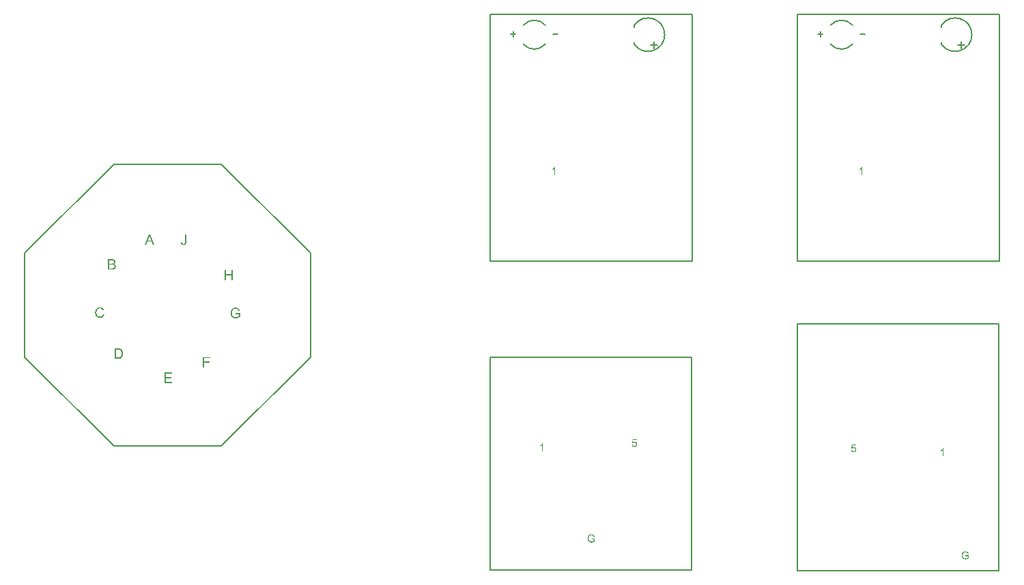
<source format=gto>
G04*
G04 #@! TF.GenerationSoftware,Altium Limited,Altium Designer,24.5.2 (23)*
G04*
G04 Layer_Color=65535*
%FSLAX44Y44*%
%MOMM*%
G71*
G04*
G04 #@! TF.SameCoordinates,44D7EE50-CEF4-4518-91F5-DF1CE1C3C4A8*
G04*
G04*
G04 #@! TF.FilePolarity,Positive*
G04*
G01*
G75*
%ADD10C,0.1270*%
G36*
X231752Y577695D02*
X231900D01*
X232234Y577658D01*
X232604Y577621D01*
X232993Y577547D01*
X233382Y577454D01*
X233733Y577325D01*
X233752D01*
X233770Y577306D01*
X233881Y577251D01*
X234048Y577158D01*
X234233Y577028D01*
X234456Y576862D01*
X234696Y576658D01*
X234918Y576399D01*
X235122Y576121D01*
X235141Y576084D01*
X235196Y575973D01*
X235289Y575825D01*
X235381Y575603D01*
X235474Y575343D01*
X235567Y575066D01*
X235622Y574751D01*
X235641Y574436D01*
Y574399D01*
Y574306D01*
X235622Y574140D01*
X235585Y573936D01*
X235529Y573695D01*
X235437Y573436D01*
X235326Y573177D01*
X235178Y572899D01*
X235159Y572862D01*
X235104Y572788D01*
X234993Y572640D01*
X234844Y572492D01*
X234659Y572307D01*
X234437Y572103D01*
X234159Y571918D01*
X233845Y571733D01*
X233863D01*
X233900Y571714D01*
X233956Y571696D01*
X234030Y571659D01*
X234252Y571585D01*
X234511Y571455D01*
X234789Y571288D01*
X235104Y571085D01*
X235381Y570844D01*
X235641Y570548D01*
X235659Y570510D01*
X235733Y570399D01*
X235844Y570233D01*
X235955Y570011D01*
X236066Y569714D01*
X236178Y569399D01*
X236252Y569029D01*
X236270Y568622D01*
Y568603D01*
Y568585D01*
Y568474D01*
X236252Y568288D01*
X236215Y568066D01*
X236178Y567807D01*
X236103Y567529D01*
X236011Y567233D01*
X235881Y566937D01*
X235863Y566900D01*
X235807Y566807D01*
X235733Y566678D01*
X235622Y566492D01*
X235474Y566307D01*
X235326Y566104D01*
X235141Y565900D01*
X234937Y565733D01*
X234918Y565715D01*
X234844Y565659D01*
X234715Y565585D01*
X234548Y565511D01*
X234345Y565400D01*
X234104Y565289D01*
X233845Y565196D01*
X233530Y565104D01*
X233493D01*
X233382Y565067D01*
X233196Y565048D01*
X232956Y565011D01*
X232659Y564974D01*
X232308Y564937D01*
X231919Y564919D01*
X231474Y564900D01*
X226586D01*
Y577714D01*
X231623D01*
X231752Y577695D01*
D02*
G37*
G36*
X305713Y435421D02*
X298139D01*
Y431514D01*
X305231D01*
Y429996D01*
X298139D01*
Y425644D01*
X306009D01*
Y424126D01*
X296436D01*
Y436940D01*
X305713D01*
Y435421D01*
D02*
G37*
G36*
X353108Y454725D02*
X346146D01*
Y450763D01*
X352163D01*
Y449244D01*
X346146D01*
Y443430D01*
X344442D01*
Y456244D01*
X353108D01*
Y454725D01*
D02*
G37*
G36*
X381210Y551844D02*
X379506D01*
Y557880D01*
X372878D01*
Y551844D01*
X371174D01*
Y564658D01*
X372878D01*
Y559399D01*
X379506D01*
Y564658D01*
X381210D01*
Y551844D01*
D02*
G37*
G36*
X323718Y599552D02*
Y599534D01*
Y599478D01*
Y599404D01*
Y599293D01*
X323699Y599145D01*
Y598997D01*
X323662Y598645D01*
X323625Y598238D01*
X323551Y597812D01*
X323440Y597423D01*
X323311Y597053D01*
Y597034D01*
X323292Y597016D01*
X323236Y596904D01*
X323144Y596756D01*
X323014Y596553D01*
X322829Y596349D01*
X322625Y596127D01*
X322366Y595905D01*
X322070Y595719D01*
X322033Y595701D01*
X321922Y595645D01*
X321755Y595571D01*
X321514Y595497D01*
X321218Y595405D01*
X320885Y595331D01*
X320514Y595275D01*
X320107Y595257D01*
X319940D01*
X319829Y595275D01*
X319681Y595294D01*
X319533Y595312D01*
X319144Y595386D01*
X318737Y595497D01*
X318311Y595664D01*
X318089Y595775D01*
X317885Y595905D01*
X317700Y596053D01*
X317515Y596219D01*
X317496Y596238D01*
X317478Y596256D01*
X317441Y596330D01*
X317385Y596404D01*
X317311Y596497D01*
X317237Y596627D01*
X317163Y596775D01*
X317070Y596941D01*
X316996Y597127D01*
X316922Y597349D01*
X316848Y597571D01*
X316774Y597830D01*
X316737Y598108D01*
X316682Y598423D01*
X316663Y598738D01*
Y599090D01*
X318200Y599312D01*
Y599293D01*
Y599256D01*
Y599182D01*
X318218Y599071D01*
X318237Y598960D01*
Y598830D01*
X318293Y598515D01*
X318348Y598182D01*
X318459Y597849D01*
X318570Y597553D01*
X318644Y597423D01*
X318737Y597312D01*
X318755Y597293D01*
X318829Y597238D01*
X318941Y597145D01*
X319089Y597053D01*
X319292Y596941D01*
X319515Y596867D01*
X319792Y596793D01*
X320089Y596775D01*
X320200D01*
X320311Y596793D01*
X320477Y596812D01*
X320644Y596849D01*
X320829Y596886D01*
X321014Y596960D01*
X321200Y597053D01*
X321218Y597071D01*
X321274Y597108D01*
X321348Y597182D01*
X321459Y597256D01*
X321551Y597386D01*
X321662Y597515D01*
X321755Y597664D01*
X321829Y597849D01*
Y597867D01*
X321866Y597941D01*
X321885Y598071D01*
X321922Y598238D01*
X321959Y598460D01*
X321977Y598738D01*
X322014Y599071D01*
Y599460D01*
Y608292D01*
X323718D01*
Y599552D01*
D02*
G37*
G36*
X216935Y518137D02*
X217102Y518119D01*
X217306Y518100D01*
X217509Y518082D01*
X217750Y518026D01*
X218250Y517915D01*
X218805Y517748D01*
X219083Y517637D01*
X219342Y517508D01*
X219602Y517341D01*
X219861Y517174D01*
X219879Y517156D01*
X219916Y517137D01*
X219990Y517082D01*
X220083Y516989D01*
X220176Y516897D01*
X220305Y516767D01*
X220435Y516619D01*
X220583Y516471D01*
X220731Y516286D01*
X220879Y516063D01*
X221046Y515841D01*
X221194Y515601D01*
X221324Y515323D01*
X221472Y515045D01*
X221583Y514749D01*
X221694Y514416D01*
X220028Y514027D01*
Y514045D01*
X220009Y514082D01*
X219972Y514156D01*
X219935Y514249D01*
X219898Y514360D01*
X219842Y514508D01*
X219694Y514804D01*
X219509Y515138D01*
X219287Y515471D01*
X219009Y515786D01*
X218713Y516063D01*
X218676Y516101D01*
X218565Y516175D01*
X218379Y516267D01*
X218139Y516397D01*
X217824Y516508D01*
X217472Y516619D01*
X217046Y516693D01*
X216583Y516712D01*
X216435D01*
X216343Y516693D01*
X216213D01*
X216065Y516675D01*
X215713Y516619D01*
X215324Y516545D01*
X214917Y516415D01*
X214491Y516230D01*
X214102Y515989D01*
X214084D01*
X214065Y515952D01*
X213936Y515860D01*
X213769Y515712D01*
X213565Y515490D01*
X213325Y515212D01*
X213102Y514897D01*
X212899Y514508D01*
X212713Y514082D01*
Y514064D01*
X212695Y514027D01*
X212676Y513971D01*
X212658Y513879D01*
X212621Y513768D01*
X212584Y513638D01*
X212528Y513323D01*
X212454Y512953D01*
X212380Y512545D01*
X212343Y512101D01*
X212325Y511619D01*
Y511601D01*
Y511545D01*
Y511453D01*
Y511342D01*
X212343Y511212D01*
Y511045D01*
X212362Y510860D01*
X212380Y510657D01*
X212436Y510212D01*
X212528Y509731D01*
X212639Y509249D01*
X212787Y508768D01*
Y508750D01*
X212806Y508712D01*
X212843Y508657D01*
X212880Y508564D01*
X212991Y508342D01*
X213158Y508083D01*
X213361Y507787D01*
X213621Y507472D01*
X213917Y507194D01*
X214269Y506935D01*
X214287D01*
X214324Y506916D01*
X214380Y506879D01*
X214454Y506842D01*
X214547Y506805D01*
X214658Y506750D01*
X214917Y506639D01*
X215250Y506527D01*
X215620Y506435D01*
X216028Y506361D01*
X216454Y506342D01*
X216583D01*
X216695Y506361D01*
X216824D01*
X216954Y506379D01*
X217287Y506453D01*
X217676Y506546D01*
X218065Y506694D01*
X218472Y506898D01*
X218676Y507009D01*
X218861Y507157D01*
X218879Y507175D01*
X218898Y507194D01*
X218953Y507250D01*
X219028Y507305D01*
X219102Y507398D01*
X219194Y507509D01*
X219305Y507620D01*
X219398Y507768D01*
X219509Y507935D01*
X219639Y508120D01*
X219750Y508305D01*
X219861Y508527D01*
X219953Y508768D01*
X220046Y509027D01*
X220139Y509305D01*
X220213Y509601D01*
X221916Y509175D01*
Y509157D01*
X221898Y509083D01*
X221861Y508972D01*
X221805Y508824D01*
X221749Y508657D01*
X221675Y508453D01*
X221583Y508231D01*
X221472Y507990D01*
X221213Y507472D01*
X220879Y506953D01*
X220676Y506694D01*
X220472Y506435D01*
X220250Y506213D01*
X219990Y505990D01*
X219972Y505972D01*
X219935Y505935D01*
X219842Y505898D01*
X219750Y505824D01*
X219602Y505731D01*
X219454Y505639D01*
X219250Y505546D01*
X219046Y505453D01*
X218805Y505342D01*
X218546Y505250D01*
X218268Y505157D01*
X217972Y505065D01*
X217657Y504991D01*
X217324Y504953D01*
X216972Y504916D01*
X216602Y504898D01*
X216398D01*
X216250Y504916D01*
X216083D01*
X215880Y504935D01*
X215658Y504972D01*
X215398Y505009D01*
X214861Y505102D01*
X214306Y505250D01*
X213750Y505453D01*
X213491Y505583D01*
X213232Y505731D01*
X213213Y505750D01*
X213176Y505768D01*
X213102Y505824D01*
X213028Y505898D01*
X212917Y505972D01*
X212787Y506083D01*
X212639Y506213D01*
X212491Y506361D01*
X212343Y506527D01*
X212176Y506694D01*
X211843Y507120D01*
X211528Y507620D01*
X211251Y508175D01*
Y508194D01*
X211214Y508250D01*
X211195Y508342D01*
X211140Y508453D01*
X211103Y508601D01*
X211047Y508787D01*
X210973Y508990D01*
X210917Y509212D01*
X210862Y509453D01*
X210788Y509731D01*
X210695Y510305D01*
X210621Y510953D01*
X210584Y511619D01*
Y511638D01*
Y511712D01*
Y511823D01*
X210602Y511953D01*
Y512138D01*
X210621Y512323D01*
X210640Y512564D01*
X210677Y512805D01*
X210769Y513342D01*
X210899Y513934D01*
X211084Y514527D01*
X211343Y515101D01*
X211362Y515119D01*
X211380Y515175D01*
X211417Y515249D01*
X211491Y515341D01*
X211565Y515471D01*
X211658Y515619D01*
X211899Y515952D01*
X212213Y516323D01*
X212584Y516693D01*
X213010Y517063D01*
X213510Y517378D01*
X213528Y517397D01*
X213584Y517415D01*
X213658Y517452D01*
X213750Y517508D01*
X213899Y517563D01*
X214047Y517619D01*
X214232Y517693D01*
X214436Y517767D01*
X214658Y517841D01*
X214898Y517915D01*
X215417Y518026D01*
X216009Y518119D01*
X216620Y518156D01*
X216806D01*
X216935Y518137D01*
D02*
G37*
G36*
X239719Y466893D02*
X240089Y466875D01*
X240459Y466837D01*
X240830Y466782D01*
X241145Y466726D01*
X241163D01*
X241200Y466708D01*
X241256D01*
X241330Y466671D01*
X241533Y466615D01*
X241793Y466523D01*
X242089Y466393D01*
X242404Y466226D01*
X242718Y466041D01*
X243015Y465801D01*
X243033Y465782D01*
X243052Y465764D01*
X243107Y465708D01*
X243181Y465652D01*
X243367Y465467D01*
X243589Y465208D01*
X243829Y464893D01*
X244089Y464523D01*
X244329Y464097D01*
X244533Y463615D01*
Y463597D01*
X244552Y463560D01*
X244589Y463486D01*
X244607Y463375D01*
X244663Y463245D01*
X244700Y463097D01*
X244737Y462930D01*
X244792Y462727D01*
X244848Y462523D01*
X244885Y462282D01*
X244977Y461764D01*
X245033Y461190D01*
X245051Y460560D01*
Y460542D01*
Y460505D01*
Y460412D01*
Y460320D01*
X245033Y460190D01*
Y460042D01*
X245014Y459690D01*
X244959Y459283D01*
X244903Y458857D01*
X244811Y458412D01*
X244700Y457968D01*
Y457949D01*
X244681Y457912D01*
X244663Y457857D01*
X244644Y457783D01*
X244570Y457579D01*
X244459Y457320D01*
X244348Y457024D01*
X244200Y456727D01*
X244015Y456413D01*
X243829Y456116D01*
X243811Y456079D01*
X243737Y455987D01*
X243626Y455857D01*
X243478Y455690D01*
X243311Y455505D01*
X243107Y455320D01*
X242904Y455116D01*
X242663Y454950D01*
X242626Y454931D01*
X242552Y454876D01*
X242422Y454802D01*
X242237Y454709D01*
X242015Y454598D01*
X241756Y454505D01*
X241459Y454394D01*
X241126Y454302D01*
X241089D01*
X241033Y454283D01*
X240978Y454265D01*
X240793Y454246D01*
X240534Y454209D01*
X240237Y454172D01*
X239885Y454135D01*
X239496Y454117D01*
X239071Y454098D01*
X234460D01*
Y466912D01*
X239385D01*
X239719Y466893D01*
D02*
G37*
G36*
X385237Y517629D02*
X385385D01*
X385737Y517592D01*
X386125Y517537D01*
X386533Y517444D01*
X386977Y517333D01*
X387403Y517185D01*
X387421D01*
X387459Y517166D01*
X387514Y517148D01*
X387588Y517111D01*
X387792Y517000D01*
X388051Y516870D01*
X388329Y516685D01*
X388625Y516463D01*
X388903Y516222D01*
X389162Y515926D01*
X389199Y515889D01*
X389273Y515778D01*
X389384Y515611D01*
X389532Y515370D01*
X389681Y515074D01*
X389847Y514704D01*
X390014Y514296D01*
X390144Y513834D01*
X388607Y513426D01*
Y513445D01*
X388588Y513463D01*
X388570Y513519D01*
X388551Y513593D01*
X388495Y513759D01*
X388421Y513982D01*
X388310Y514241D01*
X388181Y514482D01*
X388051Y514741D01*
X387884Y514963D01*
X387866Y514981D01*
X387810Y515056D01*
X387699Y515148D01*
X387570Y515278D01*
X387403Y515426D01*
X387181Y515574D01*
X386940Y515722D01*
X386662Y515852D01*
X386625Y515870D01*
X386533Y515907D01*
X386366Y515963D01*
X386144Y516037D01*
X385885Y516092D01*
X385588Y516148D01*
X385255Y516185D01*
X384903Y516204D01*
X384700D01*
X384607Y516185D01*
X384496D01*
X384218Y516167D01*
X383903Y516111D01*
X383552Y516055D01*
X383218Y515963D01*
X382885Y515833D01*
X382848Y515815D01*
X382737Y515778D01*
X382589Y515685D01*
X382403Y515592D01*
X382181Y515444D01*
X381941Y515296D01*
X381718Y515111D01*
X381515Y514907D01*
X381496Y514889D01*
X381422Y514815D01*
X381330Y514685D01*
X381218Y514537D01*
X381089Y514352D01*
X380959Y514130D01*
X380830Y513889D01*
X380700Y513630D01*
Y513611D01*
X380681Y513574D01*
X380663Y513519D01*
X380626Y513426D01*
X380589Y513315D01*
X380552Y513185D01*
X380496Y513037D01*
X380459Y512871D01*
X380367Y512482D01*
X380293Y512037D01*
X380237Y511574D01*
X380219Y511056D01*
Y511037D01*
Y510982D01*
Y510889D01*
X380237Y510778D01*
Y510630D01*
X380256Y510445D01*
X380274Y510260D01*
X380293Y510056D01*
X380367Y509593D01*
X380459Y509112D01*
X380607Y508630D01*
X380793Y508167D01*
Y508149D01*
X380830Y508112D01*
X380848Y508056D01*
X380904Y507982D01*
X381033Y507779D01*
X381237Y507519D01*
X381478Y507242D01*
X381774Y506964D01*
X382126Y506705D01*
X382515Y506464D01*
X382533D01*
X382570Y506445D01*
X382626Y506408D01*
X382718Y506371D01*
X382811Y506334D01*
X382940Y506297D01*
X383237Y506186D01*
X383607Y506093D01*
X384015Y506001D01*
X384459Y505927D01*
X384922Y505908D01*
X385107D01*
X385218Y505927D01*
X385329D01*
X385607Y505964D01*
X385940Y506001D01*
X386292Y506075D01*
X386681Y506186D01*
X387070Y506316D01*
X387088D01*
X387125Y506334D01*
X387162Y506353D01*
X387236Y506390D01*
X387440Y506482D01*
X387662Y506594D01*
X387921Y506723D01*
X388199Y506871D01*
X388459Y507038D01*
X388681Y507223D01*
Y509630D01*
X384903D01*
Y511149D01*
X390347D01*
Y506390D01*
X390329Y506371D01*
X390292Y506353D01*
X390218Y506297D01*
X390125Y506223D01*
X390014Y506149D01*
X389884Y506057D01*
X389718Y505945D01*
X389551Y505834D01*
X389162Y505594D01*
X388718Y505334D01*
X388255Y505094D01*
X387755Y504890D01*
X387736D01*
X387699Y504871D01*
X387625Y504853D01*
X387533Y504816D01*
X387403Y504779D01*
X387255Y504723D01*
X387088Y504686D01*
X386922Y504649D01*
X386514Y504557D01*
X386051Y504464D01*
X385551Y504408D01*
X385033Y504390D01*
X384848D01*
X384718Y504408D01*
X384552D01*
X384348Y504427D01*
X384126Y504464D01*
X383885Y504483D01*
X383348Y504594D01*
X382774Y504723D01*
X382181Y504927D01*
X381885Y505038D01*
X381589Y505186D01*
X381570Y505205D01*
X381515Y505223D01*
X381441Y505279D01*
X381330Y505334D01*
X381200Y505427D01*
X381070Y505519D01*
X380718Y505779D01*
X380348Y506112D01*
X379959Y506519D01*
X379589Y506982D01*
X379256Y507519D01*
Y507538D01*
X379219Y507593D01*
X379182Y507667D01*
X379126Y507797D01*
X379071Y507927D01*
X379015Y508112D01*
X378941Y508297D01*
X378867Y508519D01*
X378793Y508760D01*
X378719Y509038D01*
X378663Y509315D01*
X378608Y509612D01*
X378515Y510260D01*
X378478Y510945D01*
Y510963D01*
Y511037D01*
Y511130D01*
X378497Y511260D01*
Y511426D01*
X378515Y511630D01*
X378552Y511834D01*
X378571Y512074D01*
X378626Y512334D01*
X378663Y512611D01*
X378811Y513204D01*
X378997Y513815D01*
X379256Y514426D01*
X379274Y514445D01*
X379293Y514500D01*
X379330Y514574D01*
X379404Y514685D01*
X379478Y514833D01*
X379571Y514981D01*
X379830Y515333D01*
X380145Y515741D01*
X380533Y516129D01*
X380978Y516518D01*
X381237Y516685D01*
X381496Y516852D01*
X381515Y516870D01*
X381570Y516889D01*
X381644Y516926D01*
X381755Y516981D01*
X381904Y517037D01*
X382070Y517111D01*
X382255Y517185D01*
X382478Y517259D01*
X382718Y517333D01*
X382977Y517389D01*
X383255Y517463D01*
X383552Y517518D01*
X384200Y517611D01*
X384533Y517648D01*
X385126D01*
X385237Y517629D01*
D02*
G37*
G36*
X284286Y595576D02*
X282360D01*
X280861Y599464D01*
X275491D01*
X274102Y595576D01*
X272306D01*
X277194Y608390D01*
X279046D01*
X284286Y595576D01*
D02*
G37*
G36*
X766030Y339251D02*
X764831D01*
Y346878D01*
X764817Y346863D01*
X764747Y346807D01*
X764662Y346722D01*
X764521Y346624D01*
X764366Y346497D01*
X764169Y346356D01*
X763943Y346201D01*
X763690Y346046D01*
X763676D01*
X763661Y346032D01*
X763577Y345975D01*
X763436Y345905D01*
X763267Y345820D01*
X763069Y345722D01*
X762858Y345623D01*
X762646Y345524D01*
X762435Y345440D01*
Y346595D01*
X762449D01*
X762477Y346624D01*
X762534Y346638D01*
X762604Y346680D01*
X762689Y346722D01*
X762787Y346779D01*
X763027Y346920D01*
X763309Y347075D01*
X763591Y347272D01*
X763887Y347498D01*
X764183Y347737D01*
X764197Y347752D01*
X764211Y347766D01*
X764253Y347808D01*
X764310Y347850D01*
X764437Y347991D01*
X764606Y348160D01*
X764775Y348358D01*
X764958Y348583D01*
X765113Y348809D01*
X765254Y349048D01*
X766030D01*
Y339251D01*
D02*
G37*
G36*
X882232Y353241D02*
X878327D01*
X877806Y350604D01*
X877820Y350619D01*
X877848Y350633D01*
X877890Y350661D01*
X877961Y350703D01*
X878046Y350745D01*
X878144Y350802D01*
X878370Y350914D01*
X878652Y351027D01*
X878962Y351126D01*
X879300Y351197D01*
X879469Y351225D01*
X879779D01*
X879864Y351211D01*
X879977Y351197D01*
X880104Y351182D01*
X880245Y351154D01*
X880400Y351112D01*
X880738Y351013D01*
X880921Y350943D01*
X881105Y350844D01*
X881288Y350745D01*
X881471Y350633D01*
X881640Y350492D01*
X881809Y350337D01*
X881824Y350322D01*
X881852Y350294D01*
X881894Y350252D01*
X881950Y350182D01*
X882021Y350083D01*
X882091Y349984D01*
X882176Y349857D01*
X882261Y349716D01*
X882331Y349561D01*
X882416Y349392D01*
X882486Y349195D01*
X882557Y348997D01*
X882613Y348786D01*
X882655Y348546D01*
X882683Y348307D01*
X882698Y348053D01*
Y348039D01*
Y347996D01*
Y347926D01*
X882683Y347827D01*
X882669Y347715D01*
X882655Y347588D01*
X882627Y347433D01*
X882599Y347277D01*
X882514Y346911D01*
X882373Y346530D01*
X882289Y346333D01*
X882176Y346150D01*
X882063Y345952D01*
X881922Y345769D01*
X881908Y345755D01*
X881880Y345713D01*
X881824Y345656D01*
X881753Y345586D01*
X881654Y345501D01*
X881542Y345388D01*
X881401Y345290D01*
X881245Y345177D01*
X881076Y345064D01*
X880879Y344966D01*
X880668Y344867D01*
X880442Y344768D01*
X880202Y344698D01*
X879934Y344641D01*
X879653Y344599D01*
X879357Y344585D01*
X879230D01*
X879131Y344599D01*
X879018Y344613D01*
X878891Y344627D01*
X878736Y344641D01*
X878581Y344684D01*
X878229Y344768D01*
X877876Y344895D01*
X877693Y344980D01*
X877510Y345078D01*
X877341Y345191D01*
X877171Y345318D01*
X877157Y345332D01*
X877129Y345346D01*
X877101Y345403D01*
X877045Y345459D01*
X876974Y345530D01*
X876904Y345614D01*
X876819Y345727D01*
X876749Y345854D01*
X876664Y345981D01*
X876579Y346136D01*
X876424Y346474D01*
X876298Y346869D01*
X876255Y347080D01*
X876227Y347306D01*
X877482Y347404D01*
Y347390D01*
Y347362D01*
X877496Y347320D01*
X877510Y347249D01*
X877552Y347094D01*
X877608Y346883D01*
X877693Y346671D01*
X877806Y346432D01*
X877947Y346220D01*
X878116Y346023D01*
X878144Y346009D01*
X878201Y345952D01*
X878313Y345882D01*
X878468Y345797D01*
X878638Y345713D01*
X878849Y345642D01*
X879089Y345586D01*
X879357Y345572D01*
X879441D01*
X879498Y345586D01*
X879667Y345600D01*
X879864Y345656D01*
X880104Y345727D01*
X880343Y345840D01*
X880597Y346009D01*
X880710Y346107D01*
X880823Y346220D01*
X880837Y346234D01*
X880851Y346248D01*
X880879Y346291D01*
X880921Y346333D01*
X881020Y346488D01*
X881133Y346685D01*
X881231Y346925D01*
X881330Y347221D01*
X881401Y347574D01*
X881429Y347757D01*
Y347954D01*
Y347968D01*
Y347996D01*
Y348053D01*
X881415Y348123D01*
Y348208D01*
X881401Y348307D01*
X881358Y348532D01*
X881288Y348800D01*
X881189Y349068D01*
X881048Y349322D01*
X880851Y349561D01*
Y349575D01*
X880823Y349589D01*
X880752Y349660D01*
X880625Y349759D01*
X880456Y349871D01*
X880230Y349970D01*
X879977Y350069D01*
X879681Y350139D01*
X879512Y350167D01*
X879244D01*
X879131Y350153D01*
X878990Y350139D01*
X878821Y350097D01*
X878652Y350055D01*
X878468Y349984D01*
X878285Y349900D01*
X878271Y349885D01*
X878215Y349857D01*
X878130Y349787D01*
X878017Y349716D01*
X877905Y349618D01*
X877792Y349491D01*
X877665Y349364D01*
X877566Y349209D01*
X876439Y349364D01*
X877383Y354382D01*
X882232D01*
Y353241D01*
D02*
G37*
G36*
X826508Y236046D02*
X826621D01*
X826889Y236018D01*
X827185Y235976D01*
X827495Y235905D01*
X827833Y235821D01*
X828158Y235708D01*
X828172D01*
X828200Y235694D01*
X828242Y235680D01*
X828299Y235652D01*
X828454Y235567D01*
X828651Y235468D01*
X828863Y235327D01*
X829088Y235158D01*
X829300Y234975D01*
X829497Y234749D01*
X829525Y234721D01*
X829582Y234637D01*
X829666Y234510D01*
X829779Y234326D01*
X829892Y234101D01*
X830019Y233819D01*
X830145Y233509D01*
X830244Y233157D01*
X829074Y232846D01*
Y232860D01*
X829060Y232875D01*
X829046Y232917D01*
X829032Y232973D01*
X828989Y233100D01*
X828933Y233269D01*
X828848Y233467D01*
X828750Y233650D01*
X828651Y233847D01*
X828524Y234016D01*
X828510Y234030D01*
X828468Y234087D01*
X828383Y234157D01*
X828285Y234256D01*
X828158Y234369D01*
X827989Y234482D01*
X827805Y234594D01*
X827594Y234693D01*
X827566Y234707D01*
X827495Y234735D01*
X827368Y234778D01*
X827199Y234834D01*
X827002Y234876D01*
X826776Y234919D01*
X826523Y234947D01*
X826255Y234961D01*
X826100D01*
X826029Y234947D01*
X825945D01*
X825733Y234933D01*
X825493Y234890D01*
X825226Y234848D01*
X824972Y234778D01*
X824718Y234679D01*
X824690Y234665D01*
X824605Y234637D01*
X824492Y234566D01*
X824352Y234496D01*
X824182Y234383D01*
X823999Y234270D01*
X823830Y234129D01*
X823675Y233974D01*
X823661Y233960D01*
X823604Y233904D01*
X823534Y233805D01*
X823449Y233692D01*
X823351Y233551D01*
X823252Y233382D01*
X823153Y233199D01*
X823055Y233001D01*
Y232987D01*
X823040Y232959D01*
X823026Y232917D01*
X822998Y232846D01*
X822970Y232762D01*
X822942Y232663D01*
X822900Y232550D01*
X822871Y232423D01*
X822801Y232127D01*
X822745Y231789D01*
X822702Y231437D01*
X822688Y231042D01*
Y231028D01*
Y230986D01*
Y230915D01*
X822702Y230830D01*
Y230718D01*
X822716Y230577D01*
X822730Y230436D01*
X822745Y230281D01*
X822801Y229928D01*
X822871Y229562D01*
X822984Y229195D01*
X823125Y228843D01*
Y228829D01*
X823153Y228801D01*
X823167Y228758D01*
X823210Y228702D01*
X823308Y228547D01*
X823464Y228349D01*
X823647Y228138D01*
X823872Y227927D01*
X824140Y227729D01*
X824436Y227546D01*
X824450D01*
X824478Y227532D01*
X824521Y227504D01*
X824591Y227475D01*
X824662Y227447D01*
X824760Y227419D01*
X824986Y227334D01*
X825268Y227264D01*
X825578Y227193D01*
X825916Y227137D01*
X826269Y227123D01*
X826410D01*
X826494Y227137D01*
X826579D01*
X826790Y227165D01*
X827044Y227193D01*
X827312Y227250D01*
X827608Y227334D01*
X827904Y227433D01*
X827918D01*
X827946Y227447D01*
X827974Y227461D01*
X828031Y227489D01*
X828186Y227560D01*
X828355Y227645D01*
X828552Y227743D01*
X828764Y227856D01*
X828961Y227983D01*
X829130Y228124D01*
Y229956D01*
X826255D01*
Y231112D01*
X830399D01*
Y227489D01*
X830385Y227475D01*
X830357Y227461D01*
X830301Y227419D01*
X830230Y227363D01*
X830145Y227306D01*
X830047Y227236D01*
X829920Y227151D01*
X829793Y227067D01*
X829497Y226883D01*
X829159Y226686D01*
X828806Y226503D01*
X828426Y226348D01*
X828411D01*
X828383Y226334D01*
X828327Y226319D01*
X828256Y226291D01*
X828158Y226263D01*
X828045Y226221D01*
X827918Y226192D01*
X827791Y226164D01*
X827481Y226094D01*
X827129Y226023D01*
X826748Y225981D01*
X826353Y225967D01*
X826212D01*
X826114Y225981D01*
X825987D01*
X825832Y225995D01*
X825663Y226023D01*
X825479Y226038D01*
X825070Y226122D01*
X824633Y226221D01*
X824182Y226376D01*
X823957Y226460D01*
X823731Y226573D01*
X823717Y226587D01*
X823675Y226601D01*
X823618Y226644D01*
X823534Y226686D01*
X823435Y226756D01*
X823337Y226827D01*
X823069Y227024D01*
X822787Y227278D01*
X822491Y227588D01*
X822209Y227941D01*
X821955Y228349D01*
Y228363D01*
X821927Y228406D01*
X821899Y228462D01*
X821856Y228561D01*
X821814Y228659D01*
X821772Y228801D01*
X821715Y228941D01*
X821659Y229111D01*
X821603Y229294D01*
X821546Y229505D01*
X821504Y229717D01*
X821462Y229942D01*
X821391Y230436D01*
X821363Y230957D01*
Y230971D01*
Y231028D01*
Y231098D01*
X821377Y231197D01*
Y231324D01*
X821391Y231479D01*
X821419Y231634D01*
X821433Y231817D01*
X821476Y232015D01*
X821504Y232226D01*
X821617Y232677D01*
X821758Y233142D01*
X821955Y233608D01*
X821969Y233622D01*
X821983Y233664D01*
X822011Y233720D01*
X822068Y233805D01*
X822124Y233918D01*
X822195Y234030D01*
X822392Y234298D01*
X822632Y234608D01*
X822928Y234904D01*
X823266Y235201D01*
X823464Y235327D01*
X823661Y235454D01*
X823675Y235468D01*
X823717Y235483D01*
X823774Y235511D01*
X823858Y235553D01*
X823971Y235595D01*
X824098Y235652D01*
X824239Y235708D01*
X824408Y235764D01*
X824591Y235821D01*
X824789Y235863D01*
X825000Y235919D01*
X825226Y235962D01*
X825719Y236032D01*
X825973Y236060D01*
X826424D01*
X826508Y236046D01*
D02*
G37*
G36*
X780889Y681959D02*
X779690D01*
Y689585D01*
X779676Y689571D01*
X779606Y689515D01*
X779521Y689430D01*
X779380Y689332D01*
X779225Y689205D01*
X779028Y689064D01*
X778802Y688909D01*
X778549Y688754D01*
X778534D01*
X778520Y688740D01*
X778436Y688683D01*
X778295Y688613D01*
X778126Y688528D01*
X777928Y688429D01*
X777717Y688331D01*
X777505Y688232D01*
X777294Y688148D01*
Y689304D01*
X777308D01*
X777336Y689332D01*
X777393Y689346D01*
X777463Y689388D01*
X777548Y689430D01*
X777646Y689487D01*
X777886Y689628D01*
X778168Y689783D01*
X778450Y689980D01*
X778746Y690206D01*
X779042Y690445D01*
X779056Y690460D01*
X779070Y690474D01*
X779112Y690516D01*
X779169Y690558D01*
X779296Y690699D01*
X779465Y690868D01*
X779634Y691066D01*
X779817Y691291D01*
X779972Y691517D01*
X780113Y691756D01*
X780889D01*
Y681959D01*
D02*
G37*
G36*
X1161889D02*
X1160691D01*
Y689585D01*
X1160676Y689571D01*
X1160606Y689515D01*
X1160521Y689430D01*
X1160380Y689332D01*
X1160225Y689205D01*
X1160028Y689064D01*
X1159802Y688909D01*
X1159549Y688754D01*
X1159535D01*
X1159520Y688740D01*
X1159436Y688683D01*
X1159295Y688613D01*
X1159126Y688528D01*
X1158928Y688429D01*
X1158717Y688331D01*
X1158505Y688232D01*
X1158294Y688148D01*
Y689304D01*
X1158308D01*
X1158336Y689332D01*
X1158393Y689346D01*
X1158463Y689388D01*
X1158548Y689430D01*
X1158646Y689487D01*
X1158886Y689628D01*
X1159168Y689783D01*
X1159450Y689980D01*
X1159746Y690206D01*
X1160042Y690445D01*
X1160056Y690460D01*
X1160070Y690474D01*
X1160113Y690516D01*
X1160169Y690558D01*
X1160296Y690699D01*
X1160465Y690868D01*
X1160634Y691066D01*
X1160817Y691291D01*
X1160972Y691517D01*
X1161113Y691756D01*
X1161889D01*
Y681959D01*
D02*
G37*
G36*
X1262981Y333132D02*
X1261783D01*
Y340759D01*
X1261768Y340744D01*
X1261698Y340688D01*
X1261613Y340603D01*
X1261472Y340505D01*
X1261317Y340378D01*
X1261120Y340237D01*
X1260894Y340082D01*
X1260641Y339927D01*
X1260627D01*
X1260612Y339913D01*
X1260528Y339856D01*
X1260387Y339786D01*
X1260218Y339701D01*
X1260020Y339603D01*
X1259809Y339504D01*
X1259597Y339405D01*
X1259386Y339321D01*
Y340476D01*
X1259400D01*
X1259428Y340505D01*
X1259485Y340519D01*
X1259555Y340561D01*
X1259640Y340603D01*
X1259738Y340660D01*
X1259978Y340801D01*
X1260260Y340956D01*
X1260542Y341153D01*
X1260838Y341379D01*
X1261134Y341618D01*
X1261148Y341632D01*
X1261162Y341647D01*
X1261205Y341689D01*
X1261261Y341731D01*
X1261388Y341872D01*
X1261557Y342041D01*
X1261726Y342239D01*
X1261909Y342464D01*
X1262064Y342690D01*
X1262205Y342929D01*
X1262981D01*
Y333132D01*
D02*
G37*
G36*
X1154139Y346614D02*
X1150235D01*
X1149713Y343977D01*
X1149727Y343992D01*
X1149755Y344006D01*
X1149797Y344034D01*
X1149868Y344076D01*
X1149952Y344118D01*
X1150051Y344175D01*
X1150277Y344288D01*
X1150559Y344400D01*
X1150869Y344499D01*
X1151207Y344570D01*
X1151376Y344598D01*
X1151686D01*
X1151771Y344584D01*
X1151884Y344570D01*
X1152011Y344555D01*
X1152152Y344527D01*
X1152307Y344485D01*
X1152645Y344386D01*
X1152828Y344316D01*
X1153012Y344217D01*
X1153195Y344118D01*
X1153378Y344006D01*
X1153547Y343865D01*
X1153716Y343710D01*
X1153730Y343695D01*
X1153759Y343667D01*
X1153801Y343625D01*
X1153857Y343554D01*
X1153928Y343456D01*
X1153998Y343357D01*
X1154083Y343230D01*
X1154167Y343089D01*
X1154238Y342934D01*
X1154323Y342765D01*
X1154393Y342568D01*
X1154464Y342370D01*
X1154520Y342159D01*
X1154562Y341919D01*
X1154590Y341680D01*
X1154604Y341426D01*
Y341412D01*
Y341370D01*
Y341299D01*
X1154590Y341200D01*
X1154576Y341087D01*
X1154562Y340961D01*
X1154534Y340806D01*
X1154506Y340650D01*
X1154421Y340284D01*
X1154280Y339903D01*
X1154196Y339706D01*
X1154083Y339523D01*
X1153970Y339325D01*
X1153829Y339142D01*
X1153815Y339128D01*
X1153787Y339086D01*
X1153730Y339029D01*
X1153660Y338959D01*
X1153561Y338874D01*
X1153449Y338761D01*
X1153308Y338663D01*
X1153152Y338550D01*
X1152983Y338437D01*
X1152786Y338339D01*
X1152575Y338240D01*
X1152349Y338141D01*
X1152109Y338071D01*
X1151842Y338014D01*
X1151560Y337972D01*
X1151264Y337958D01*
X1151137D01*
X1151038Y337972D01*
X1150925Y337986D01*
X1150798Y338000D01*
X1150643Y338014D01*
X1150488Y338057D01*
X1150136Y338141D01*
X1149783Y338268D01*
X1149600Y338353D01*
X1149417Y338451D01*
X1149248Y338564D01*
X1149079Y338691D01*
X1149064Y338705D01*
X1149036Y338719D01*
X1149008Y338776D01*
X1148952Y338832D01*
X1148881Y338903D01*
X1148811Y338987D01*
X1148726Y339100D01*
X1148656Y339227D01*
X1148571Y339354D01*
X1148486Y339509D01*
X1148331Y339847D01*
X1148204Y340242D01*
X1148162Y340453D01*
X1148134Y340679D01*
X1149389Y340777D01*
Y340763D01*
Y340735D01*
X1149403Y340693D01*
X1149417Y340622D01*
X1149459Y340467D01*
X1149516Y340256D01*
X1149600Y340044D01*
X1149713Y339805D01*
X1149854Y339593D01*
X1150023Y339396D01*
X1150051Y339382D01*
X1150108Y339325D01*
X1150220Y339255D01*
X1150375Y339170D01*
X1150545Y339086D01*
X1150756Y339015D01*
X1150996Y338959D01*
X1151264Y338945D01*
X1151348D01*
X1151404Y338959D01*
X1151574Y338973D01*
X1151771Y339029D01*
X1152011Y339100D01*
X1152250Y339213D01*
X1152504Y339382D01*
X1152617Y339481D01*
X1152730Y339593D01*
X1152744Y339607D01*
X1152758Y339621D01*
X1152786Y339664D01*
X1152828Y339706D01*
X1152927Y339861D01*
X1153040Y340059D01*
X1153138Y340298D01*
X1153237Y340594D01*
X1153308Y340947D01*
X1153336Y341130D01*
Y341327D01*
Y341341D01*
Y341370D01*
Y341426D01*
X1153322Y341496D01*
Y341581D01*
X1153308Y341680D01*
X1153265Y341905D01*
X1153195Y342173D01*
X1153096Y342441D01*
X1152955Y342695D01*
X1152758Y342934D01*
Y342948D01*
X1152730Y342962D01*
X1152659Y343033D01*
X1152532Y343132D01*
X1152363Y343244D01*
X1152138Y343343D01*
X1151884Y343442D01*
X1151588Y343512D01*
X1151419Y343540D01*
X1151151D01*
X1151038Y343526D01*
X1150897Y343512D01*
X1150728Y343470D01*
X1150559Y343428D01*
X1150375Y343357D01*
X1150192Y343273D01*
X1150178Y343259D01*
X1150122Y343230D01*
X1150037Y343160D01*
X1149924Y343089D01*
X1149811Y342991D01*
X1149699Y342864D01*
X1149572Y342737D01*
X1149473Y342582D01*
X1148345Y342737D01*
X1149290Y347755D01*
X1154139D01*
Y346614D01*
D02*
G37*
G36*
X1290439Y214941D02*
X1290552D01*
X1290820Y214913D01*
X1291116Y214871D01*
X1291426Y214800D01*
X1291765Y214716D01*
X1292089Y214603D01*
X1292103D01*
X1292131Y214589D01*
X1292173Y214575D01*
X1292230Y214547D01*
X1292385Y214462D01*
X1292582Y214363D01*
X1292794Y214222D01*
X1293019Y214053D01*
X1293231Y213870D01*
X1293428Y213644D01*
X1293456Y213616D01*
X1293513Y213532D01*
X1293597Y213405D01*
X1293710Y213221D01*
X1293823Y212996D01*
X1293950Y212714D01*
X1294076Y212404D01*
X1294175Y212052D01*
X1293005Y211741D01*
Y211755D01*
X1292991Y211770D01*
X1292977Y211812D01*
X1292963Y211868D01*
X1292921Y211995D01*
X1292864Y212164D01*
X1292780Y212362D01*
X1292681Y212545D01*
X1292582Y212742D01*
X1292455Y212911D01*
X1292441Y212925D01*
X1292399Y212982D01*
X1292314Y213052D01*
X1292216Y213151D01*
X1292089Y213264D01*
X1291920Y213377D01*
X1291736Y213489D01*
X1291525Y213588D01*
X1291497Y213602D01*
X1291426Y213630D01*
X1291299Y213673D01*
X1291130Y213729D01*
X1290933Y213771D01*
X1290707Y213814D01*
X1290453Y213842D01*
X1290186Y213856D01*
X1290031D01*
X1289960Y213842D01*
X1289875D01*
X1289664Y213828D01*
X1289424Y213785D01*
X1289157Y213743D01*
X1288903Y213673D01*
X1288649Y213574D01*
X1288621Y213560D01*
X1288536Y213532D01*
X1288423Y213461D01*
X1288283Y213391D01*
X1288113Y213278D01*
X1287930Y213165D01*
X1287761Y213024D01*
X1287606Y212869D01*
X1287592Y212855D01*
X1287535Y212799D01*
X1287465Y212700D01*
X1287380Y212587D01*
X1287282Y212446D01*
X1287183Y212277D01*
X1287084Y212094D01*
X1286986Y211896D01*
Y211882D01*
X1286971Y211854D01*
X1286957Y211812D01*
X1286929Y211741D01*
X1286901Y211657D01*
X1286873Y211558D01*
X1286831Y211445D01*
X1286802Y211318D01*
X1286732Y211022D01*
X1286676Y210684D01*
X1286633Y210332D01*
X1286619Y209937D01*
Y209923D01*
Y209881D01*
Y209810D01*
X1286633Y209725D01*
Y209613D01*
X1286647Y209472D01*
X1286661Y209331D01*
X1286676Y209176D01*
X1286732Y208823D01*
X1286802Y208457D01*
X1286915Y208090D01*
X1287056Y207738D01*
Y207724D01*
X1287084Y207696D01*
X1287098Y207653D01*
X1287141Y207597D01*
X1287239Y207442D01*
X1287395Y207244D01*
X1287578Y207033D01*
X1287803Y206821D01*
X1288071Y206624D01*
X1288367Y206441D01*
X1288381D01*
X1288409Y206427D01*
X1288452Y206399D01*
X1288522Y206370D01*
X1288593Y206342D01*
X1288691Y206314D01*
X1288917Y206229D01*
X1289199Y206159D01*
X1289509Y206088D01*
X1289847Y206032D01*
X1290200Y206018D01*
X1290341D01*
X1290425Y206032D01*
X1290510D01*
X1290721Y206060D01*
X1290975Y206088D01*
X1291243Y206145D01*
X1291539Y206229D01*
X1291835Y206328D01*
X1291849D01*
X1291877Y206342D01*
X1291906Y206356D01*
X1291962Y206385D01*
X1292117Y206455D01*
X1292286Y206539D01*
X1292484Y206638D01*
X1292695Y206751D01*
X1292892Y206878D01*
X1293061Y207019D01*
Y208851D01*
X1290186D01*
Y210007D01*
X1294330D01*
Y206385D01*
X1294316Y206370D01*
X1294288Y206356D01*
X1294232Y206314D01*
X1294161Y206258D01*
X1294076Y206201D01*
X1293978Y206131D01*
X1293851Y206046D01*
X1293724Y205962D01*
X1293428Y205778D01*
X1293090Y205581D01*
X1292737Y205398D01*
X1292357Y205243D01*
X1292343D01*
X1292314Y205229D01*
X1292258Y205214D01*
X1292187Y205186D01*
X1292089Y205158D01*
X1291976Y205116D01*
X1291849Y205088D01*
X1291722Y205059D01*
X1291412Y204989D01*
X1291060Y204918D01*
X1290679Y204876D01*
X1290284Y204862D01*
X1290143D01*
X1290045Y204876D01*
X1289918D01*
X1289763Y204890D01*
X1289594Y204918D01*
X1289410Y204932D01*
X1289001Y205017D01*
X1288564Y205116D01*
X1288113Y205271D01*
X1287888Y205355D01*
X1287662Y205468D01*
X1287648Y205482D01*
X1287606Y205496D01*
X1287549Y205539D01*
X1287465Y205581D01*
X1287366Y205651D01*
X1287268Y205722D01*
X1287000Y205919D01*
X1286718Y206173D01*
X1286422Y206483D01*
X1286140Y206836D01*
X1285886Y207244D01*
Y207258D01*
X1285858Y207301D01*
X1285830Y207357D01*
X1285787Y207456D01*
X1285745Y207554D01*
X1285703Y207696D01*
X1285646Y207836D01*
X1285590Y208006D01*
X1285534Y208189D01*
X1285477Y208400D01*
X1285435Y208612D01*
X1285393Y208837D01*
X1285322Y209331D01*
X1285294Y209852D01*
Y209866D01*
Y209923D01*
Y209993D01*
X1285308Y210092D01*
Y210219D01*
X1285322Y210374D01*
X1285350Y210529D01*
X1285365Y210712D01*
X1285407Y210910D01*
X1285435Y211121D01*
X1285548Y211572D01*
X1285689Y212037D01*
X1285886Y212503D01*
X1285900Y212517D01*
X1285914Y212559D01*
X1285943Y212615D01*
X1285999Y212700D01*
X1286055Y212813D01*
X1286126Y212925D01*
X1286323Y213193D01*
X1286563Y213503D01*
X1286859Y213799D01*
X1287197Y214095D01*
X1287395Y214222D01*
X1287592Y214349D01*
X1287606Y214363D01*
X1287648Y214377D01*
X1287705Y214406D01*
X1287789Y214448D01*
X1287902Y214490D01*
X1288029Y214547D01*
X1288170Y214603D01*
X1288339Y214659D01*
X1288522Y214716D01*
X1288720Y214758D01*
X1288931Y214814D01*
X1289157Y214857D01*
X1289650Y214927D01*
X1289904Y214956D01*
X1290355D01*
X1290439Y214941D01*
D02*
G37*
%LPC*%
G36*
X231326Y576195D02*
X228290D01*
Y572344D01*
X231437D01*
X231678Y572362D01*
X231937Y572381D01*
X232197Y572399D01*
X232456Y572436D01*
X232659Y572473D01*
X232696Y572492D01*
X232771Y572510D01*
X232882Y572566D01*
X233030Y572640D01*
X233178Y572714D01*
X233345Y572825D01*
X233511Y572973D01*
X233641Y573121D01*
X233659Y573140D01*
X233696Y573195D01*
X233752Y573307D01*
X233808Y573436D01*
X233863Y573584D01*
X233919Y573769D01*
X233956Y573992D01*
X233974Y574232D01*
Y574269D01*
Y574343D01*
X233956Y574455D01*
X233937Y574603D01*
X233900Y574788D01*
X233845Y574973D01*
X233770Y575158D01*
X233659Y575343D01*
X233641Y575362D01*
X233604Y575417D01*
X233530Y575510D01*
X233437Y575603D01*
X233307Y575714D01*
X233159Y575825D01*
X232974Y575936D01*
X232771Y576010D01*
X232752D01*
X232659Y576047D01*
X232530Y576065D01*
X232326Y576102D01*
X232048Y576140D01*
X231734Y576158D01*
X231326Y576195D01*
D02*
G37*
G36*
X231660Y570825D02*
X228290D01*
Y566418D01*
X231937D01*
X232326Y566437D01*
X232493Y566455D01*
X232641Y566474D01*
X232659D01*
X232733Y566492D01*
X232845Y566511D01*
X232974Y566548D01*
X233289Y566659D01*
X233604Y566807D01*
X233622Y566826D01*
X233678Y566863D01*
X233752Y566918D01*
X233845Y566992D01*
X233937Y567104D01*
X234067Y567215D01*
X234159Y567363D01*
X234270Y567529D01*
X234289Y567548D01*
X234307Y567603D01*
X234345Y567715D01*
X234400Y567844D01*
X234456Y567992D01*
X234493Y568177D01*
X234511Y568400D01*
X234530Y568622D01*
Y568659D01*
Y568733D01*
X234511Y568881D01*
X234474Y569048D01*
X234437Y569233D01*
X234363Y569437D01*
X234270Y569640D01*
X234141Y569844D01*
X234122Y569862D01*
X234067Y569936D01*
X233993Y570029D01*
X233881Y570140D01*
X233733Y570270D01*
X233548Y570399D01*
X233345Y570510D01*
X233104Y570603D01*
X233067Y570622D01*
X232993Y570640D01*
X232826Y570677D01*
X232622Y570714D01*
X232363Y570751D01*
X232048Y570788D01*
X231660Y570825D01*
D02*
G37*
G36*
X239126Y465393D02*
X236164D01*
Y455616D01*
X239200D01*
X239330Y455635D01*
X239608Y455653D01*
X239922Y455672D01*
X240256Y455709D01*
X240589Y455765D01*
X240867Y455839D01*
X240904Y455857D01*
X240996Y455876D01*
X241126Y455931D01*
X241293Y456005D01*
X241478Y456116D01*
X241663Y456227D01*
X241848Y456357D01*
X242033Y456505D01*
X242052Y456542D01*
X242126Y456616D01*
X242237Y456746D01*
X242367Y456931D01*
X242515Y457172D01*
X242681Y457449D01*
X242829Y457764D01*
X242959Y458116D01*
Y458135D01*
X242978Y458172D01*
X242996Y458227D01*
X243015Y458301D01*
X243033Y458394D01*
X243070Y458523D01*
X243107Y458653D01*
X243144Y458801D01*
X243200Y459171D01*
X243255Y459597D01*
X243292Y460079D01*
X243311Y460597D01*
Y460616D01*
Y460690D01*
Y460783D01*
X243292Y460931D01*
Y461097D01*
X243274Y461282D01*
X243255Y461505D01*
X243237Y461727D01*
X243144Y462227D01*
X243033Y462745D01*
X242866Y463227D01*
X242755Y463467D01*
X242644Y463671D01*
Y463690D01*
X242607Y463727D01*
X242570Y463782D01*
X242533Y463856D01*
X242385Y464041D01*
X242200Y464264D01*
X241959Y464504D01*
X241681Y464745D01*
X241367Y464949D01*
X241033Y465115D01*
X240996Y465134D01*
X240904Y465152D01*
X240737Y465208D01*
X240496Y465263D01*
X240200Y465300D01*
X239830Y465356D01*
X239608Y465375D01*
X239367D01*
X239126Y465393D01*
D02*
G37*
G36*
X278083Y607056D02*
Y607038D01*
X278065Y607001D01*
Y606927D01*
X278028Y606853D01*
X278009Y606723D01*
X277972Y606593D01*
X277898Y606279D01*
X277805Y605908D01*
X277676Y605501D01*
X277546Y605056D01*
X277380Y604594D01*
X275991Y600853D01*
X280324D01*
X278990Y604371D01*
Y604390D01*
X278972Y604445D01*
X278935Y604538D01*
X278898Y604649D01*
X278842Y604779D01*
X278787Y604945D01*
X278731Y605131D01*
X278657Y605316D01*
X278509Y605742D01*
X278361Y606186D01*
X278213Y606630D01*
X278083Y607056D01*
D02*
G37*
%LPD*%
D10*
X879299Y844550D02*
G03*
X879299Y868550I16934J12000D01*
G01*
X1260300Y844550D02*
G03*
X1260300Y868550I16934J12000D01*
G01*
X741771Y844677D02*
G03*
X769002Y844878I13529J11873D01*
G01*
Y868222D02*
G03*
X741771Y868423I-13702J-11672D01*
G01*
X1122771Y844677D02*
G03*
X1150002Y844878I13529J11873D01*
G01*
Y868222D02*
G03*
X1122771Y868423I-13702J-11672D01*
G01*
X700182Y191423D02*
Y456356D01*
Y191423D02*
X950164D01*
Y456356D01*
X700182D02*
X950164D01*
X903635Y839747D02*
X903729Y847953D01*
X879299Y844550D02*
Y847185D01*
Y865916D02*
Y868550D01*
X899579Y843897D02*
X907785Y843803D01*
X951300Y575050D02*
Y881558D01*
X700300D02*
X951300D01*
X700300Y575050D02*
Y881558D01*
Y575050D02*
X951300D01*
X1284635Y839747D02*
X1284729Y847953D01*
X1260300Y844550D02*
Y847185D01*
Y865916D02*
Y868550D01*
X1280579Y843897D02*
X1288785Y843803D01*
X1332300Y575050D02*
Y881558D01*
X1081300D02*
X1332300D01*
X1081300Y575050D02*
Y881558D01*
Y575050D02*
X1332300D01*
X726090Y857566D02*
X731678D01*
X728884Y854264D02*
Y860614D01*
X778668Y857566D02*
X784256D01*
X1107090D02*
X1112678D01*
X1109884Y854264D02*
Y860614D01*
X1159668Y857566D02*
X1165256D01*
X1081300Y191100D02*
Y497449D01*
Y191100D02*
X1331283D01*
Y497449D01*
X1081300D02*
X1331283D01*
X233692Y345899D02*
X367307D01*
X477499Y456091D02*
Y585709D01*
X123500Y456090D02*
Y585708D01*
X233692Y695900D01*
X367306D02*
X477498Y585708D01*
X367307Y345899D02*
X477499Y456091D01*
X123500Y456090D02*
X233692Y345898D01*
Y695900D02*
X367306D01*
M02*

</source>
